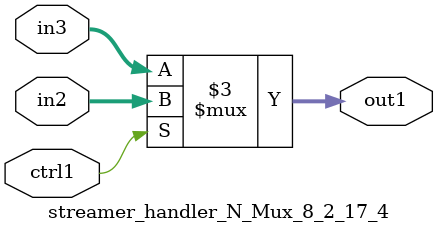
<source format=v>

`timescale 1ps / 1ps


module streamer_handler_N_Mux_8_2_17_4( in3, in2, ctrl1, out1 );

    input [7:0] in3;
    input [7:0] in2;
    input ctrl1;
    output [7:0] out1;
    reg [7:0] out1;

    
    // rtl_process:streamer_handler_N_Mux_8_2_17_4/streamer_handler_N_Mux_8_2_17_4_thread_1
    always @*
      begin : streamer_handler_N_Mux_8_2_17_4_thread_1
        case (ctrl1) 
          1'b1: 
            begin
              out1 = in2;
            end
          default: 
            begin
              out1 = in3;
            end
        endcase
      end

endmodule



</source>
